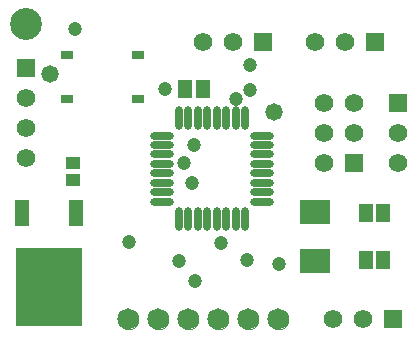
<source format=gbs>
G04*
G04 #@! TF.GenerationSoftware,Altium Limited,Altium Designer,23.2.1 (34)*
G04*
G04 Layer_Color=16711935*
%FSLAX25Y25*%
%MOIN*%
G70*
G04*
G04 #@! TF.SameCoordinates,26DCB771-F187-4795-AA7E-67AAF857B4AA*
G04*
G04*
G04 #@! TF.FilePolarity,Negative*
G04*
G01*
G75*
%ADD19R,0.05151X0.03960*%
%ADD21C,0.00000*%
%ADD29C,0.07178*%
%ADD30C,0.06194*%
%ADD31R,0.06194X0.06194*%
%ADD32R,0.06194X0.06194*%
%ADD33C,0.10642*%
%ADD34C,0.04737*%
%ADD35C,0.05800*%
%ADD47R,0.03937X0.02756*%
%ADD53O,0.07977X0.02662*%
%ADD54O,0.02662X0.07977*%
%ADD55R,0.04540X0.09068*%
%ADD56R,0.22453X0.26391*%
%ADD57R,0.04760X0.05951*%
%ADD58R,0.10249X0.08280*%
%ADD59R,0.04737X0.06115*%
D19*
X23622Y57180D02*
D03*
Y62899D02*
D03*
D21*
X95398Y10827D02*
X95247Y11826D01*
X94809Y12736D01*
X94121Y13477D01*
X93246Y13982D01*
X92261Y14207D01*
X91254Y14132D01*
X90313Y13762D01*
X89523Y13132D01*
X88954Y12297D01*
X88656Y11332D01*
Y10321D01*
X88954Y9356D01*
X89523Y8521D01*
X90313Y7891D01*
X91254Y7522D01*
X92261Y7446D01*
X93246Y7671D01*
X94121Y8176D01*
X94809Y8917D01*
X95247Y9827D01*
X95398Y10827D01*
X85398D02*
X85247Y11826D01*
X84809Y12736D01*
X84122Y13477D01*
X83246Y13982D01*
X82261Y14207D01*
X81253Y14132D01*
X80313Y13762D01*
X79523Y13132D01*
X78954Y12297D01*
X78656Y11332D01*
Y10321D01*
X78954Y9356D01*
X79523Y8521D01*
X80313Y7891D01*
X81253Y7522D01*
X82261Y7446D01*
X83246Y7671D01*
X84122Y8176D01*
X84809Y8917D01*
X85247Y9827D01*
X85398Y10827D01*
X75398D02*
X75247Y11826D01*
X74809Y12736D01*
X74121Y13477D01*
X73246Y13982D01*
X72261Y14207D01*
X71254Y14132D01*
X70313Y13762D01*
X69523Y13132D01*
X68954Y12297D01*
X68656Y11332D01*
Y10321D01*
X68954Y9356D01*
X69523Y8521D01*
X70313Y7891D01*
X71254Y7522D01*
X72261Y7446D01*
X73246Y7671D01*
X74121Y8176D01*
X74809Y8917D01*
X75247Y9827D01*
X75398Y10827D01*
X65398D02*
X65247Y11826D01*
X64809Y12736D01*
X64122Y13477D01*
X63246Y13982D01*
X62261Y14207D01*
X61253Y14132D01*
X60313Y13762D01*
X59523Y13132D01*
X58954Y12297D01*
X58656Y11332D01*
Y10321D01*
X58954Y9356D01*
X59523Y8521D01*
X60313Y7891D01*
X61253Y7522D01*
X62261Y7446D01*
X63246Y7671D01*
X64122Y8176D01*
X64809Y8917D01*
X65247Y9827D01*
X65398Y10827D01*
X55398D02*
X55247Y11826D01*
X54809Y12736D01*
X54122Y13477D01*
X53246Y13982D01*
X52261Y14207D01*
X51253Y14132D01*
X50313Y13762D01*
X49523Y13132D01*
X48954Y12297D01*
X48656Y11332D01*
Y10321D01*
X48954Y9356D01*
X49523Y8521D01*
X50313Y7891D01*
X51253Y7522D01*
X52261Y7446D01*
X53246Y7671D01*
X54122Y8176D01*
X54809Y8917D01*
X55247Y9827D01*
X55398Y10827D01*
X45398D02*
X45247Y11826D01*
X44809Y12736D01*
X44122Y13477D01*
X43246Y13982D01*
X42261Y14207D01*
X41254Y14132D01*
X40313Y13762D01*
X39523Y13132D01*
X38954Y12297D01*
X38656Y11332D01*
Y10321D01*
X38954Y9356D01*
X39523Y8521D01*
X40313Y7891D01*
X41254Y7522D01*
X42261Y7446D01*
X43246Y7671D01*
X44122Y8176D01*
X44809Y8917D01*
X45247Y9827D01*
X45398Y10827D01*
D29*
X92008Y10827D02*
D03*
X82008D02*
D03*
X72008D02*
D03*
X62008D02*
D03*
X52008D02*
D03*
X42008D02*
D03*
D30*
X7874Y64646D02*
D03*
Y74646D02*
D03*
Y84646D02*
D03*
X110079Y10827D02*
D03*
X120079D02*
D03*
X131890Y72835D02*
D03*
Y62835D02*
D03*
X107205Y82835D02*
D03*
X117205D02*
D03*
X107205Y72835D02*
D03*
X117205D02*
D03*
X107205Y62835D02*
D03*
X66772Y103347D02*
D03*
X76772D02*
D03*
X114331D02*
D03*
X104331D02*
D03*
D31*
X7874Y94646D02*
D03*
X131890Y82835D02*
D03*
X117205Y62835D02*
D03*
D32*
X130079Y10827D02*
D03*
X86772Y103347D02*
D03*
X124331D02*
D03*
D33*
X7874Y109252D02*
D03*
D34*
X54134Y87598D02*
D03*
X24100Y107583D02*
D03*
X81693Y30512D02*
D03*
X63930Y68898D02*
D03*
X60528Y62771D02*
D03*
X92200Y29283D02*
D03*
X82700Y87383D02*
D03*
X77756Y84083D02*
D03*
X82677Y95472D02*
D03*
X58800Y30144D02*
D03*
X72900Y36083D02*
D03*
X63231Y56230D02*
D03*
X42323Y36417D02*
D03*
X64395Y23489D02*
D03*
D35*
X15748Y92520D02*
D03*
X90551Y79724D02*
D03*
D47*
X45276Y98819D02*
D03*
X21654D02*
D03*
X45276Y84252D02*
D03*
X21654D02*
D03*
D53*
X86614Y72047D02*
D03*
Y68898D02*
D03*
Y65748D02*
D03*
Y62599D02*
D03*
Y59449D02*
D03*
Y56299D02*
D03*
Y53150D02*
D03*
Y50000D02*
D03*
X53150D02*
D03*
Y53150D02*
D03*
Y56299D02*
D03*
Y59449D02*
D03*
Y62599D02*
D03*
Y65748D02*
D03*
Y68898D02*
D03*
Y72047D02*
D03*
D54*
X80906Y44292D02*
D03*
X77756D02*
D03*
X74606D02*
D03*
X71457D02*
D03*
X68307D02*
D03*
X65158D02*
D03*
X62008D02*
D03*
X58858D02*
D03*
Y77756D02*
D03*
X62008D02*
D03*
X65158D02*
D03*
X68307D02*
D03*
X71457D02*
D03*
X74606D02*
D03*
X77756D02*
D03*
X80906D02*
D03*
D55*
X6654Y46260D02*
D03*
X24606D02*
D03*
D56*
X15630Y21457D02*
D03*
D57*
X126875Y46260D02*
D03*
X121157D02*
D03*
X126875Y30512D02*
D03*
X121157D02*
D03*
D58*
X104331Y46457D02*
D03*
Y30315D02*
D03*
D59*
X66929Y87599D02*
D03*
X61023D02*
D03*
M02*

</source>
